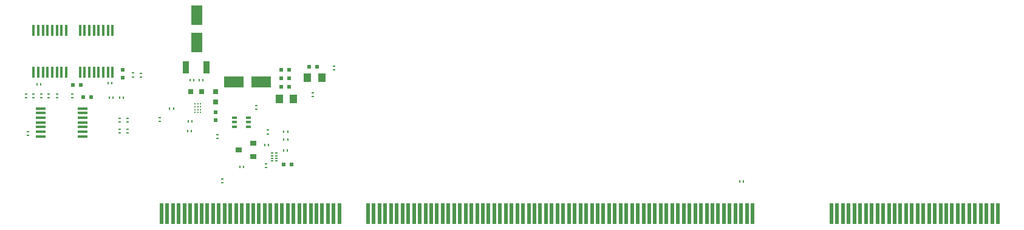
<source format=gbr>
G04 #@! TF.GenerationSoftware,KiCad,Pcbnew,(5.1.5)-3*
G04 #@! TF.CreationDate,2022-01-27T06:12:11+01:00*
G04 #@! TF.ProjectId,Riser Tioga Pass 1OU 1xPCIe x16,52697365-7220-4546-996f-676120506173,rev?*
G04 #@! TF.SameCoordinates,PX40f1fa0PY623a7c0*
G04 #@! TF.FileFunction,Paste,Top*
G04 #@! TF.FilePolarity,Positive*
%FSLAX46Y46*%
G04 Gerber Fmt 4.6, Leading zero omitted, Abs format (unit mm)*
G04 Created by KiCad (PCBNEW (5.1.5)-3) date 2022-01-27 06:12:11*
%MOMM*%
%LPD*%
G04 APERTURE LIST*
%ADD10R,0.430000X0.280000*%
%ADD11R,0.600000X0.500000*%
%ADD12R,0.500000X0.600000*%
%ADD13R,0.650000X0.400000*%
%ADD14R,0.900000X0.800000*%
%ADD15R,0.550000X3.000000*%
%ADD16R,1.600000X2.800000*%
%ADD17R,2.800000X1.600000*%
%ADD18R,1.000000X1.250000*%
%ADD19R,0.800000X0.750000*%
%ADD20R,0.750000X0.800000*%
%ADD21R,0.900000X1.700000*%
%ADD22C,0.225000*%
%ADD23R,1.450000X0.450000*%
%ADD24R,0.450000X1.500000*%
%ADD25R,0.400000X0.200000*%
%ADD26R,0.280000X0.430000*%
G04 APERTURE END LIST*
D10*
X-4150000Y-13335000D03*
X-4150000Y-12815000D03*
X-3075000Y-11290000D03*
X-3075000Y-11810000D03*
D11*
X18750000Y-17700000D03*
X19850000Y-17700000D03*
X22300000Y-4050000D03*
X23400000Y-4050000D03*
X19450000Y-6900000D03*
X18350000Y-6900000D03*
X19450000Y-5700000D03*
X18350000Y-5700000D03*
D12*
X9250000Y-10400000D03*
X9250000Y-11500000D03*
D11*
X18350000Y-4500000D03*
X19450000Y-4500000D03*
X-9550000Y-6600000D03*
X-10650000Y-6600000D03*
D12*
X-3700000Y-5600000D03*
X-3700000Y-4500000D03*
D13*
X11875000Y-12450000D03*
X11875000Y-11150000D03*
X13775000Y-11800000D03*
X11875000Y-11800000D03*
X13775000Y-11150000D03*
X13775000Y-12450000D03*
D14*
X12500000Y-15650000D03*
X14500000Y-14700000D03*
X14500000Y-16600000D03*
D15*
X1695000Y-24580000D03*
X2495000Y-24580000D03*
X3295000Y-24580000D03*
X4095000Y-24580000D03*
X4895000Y-24580000D03*
X5695000Y-24580000D03*
X6495000Y-24580000D03*
X7295000Y-24580000D03*
X8095000Y-24580000D03*
X8895000Y-24580000D03*
X9695000Y-24580000D03*
X10495000Y-24580000D03*
X11295000Y-24580000D03*
X12095000Y-24580000D03*
X12895000Y-24580000D03*
X13695000Y-24580000D03*
X14495000Y-24580000D03*
X15295000Y-24580000D03*
X16095000Y-24580000D03*
X16895000Y-24580000D03*
X17695000Y-24580000D03*
X18495000Y-24580000D03*
X19295000Y-24580000D03*
X20095000Y-24580000D03*
X20895000Y-24580000D03*
X21695000Y-24580000D03*
X22495000Y-24580000D03*
X23295000Y-24580000D03*
X24095000Y-24580000D03*
X24895000Y-24580000D03*
X25695000Y-24580000D03*
X26495000Y-24580000D03*
X30495000Y-24580000D03*
X31295000Y-24580000D03*
X32095000Y-24580000D03*
X32895000Y-24580000D03*
X33695000Y-24580000D03*
X34495000Y-24580000D03*
X35295000Y-24580000D03*
X36095000Y-24580000D03*
X36895000Y-24580000D03*
X37695000Y-24580000D03*
X38495000Y-24580000D03*
X39295000Y-24580000D03*
X40095000Y-24580000D03*
X40895000Y-24580000D03*
X41695000Y-24580000D03*
X42495000Y-24580000D03*
X43295000Y-24580000D03*
X44095000Y-24580000D03*
X44895000Y-24580000D03*
X45695000Y-24580000D03*
X46495000Y-24580000D03*
X47295000Y-24580000D03*
X48095000Y-24580000D03*
X48895000Y-24580000D03*
X49695000Y-24580000D03*
X50495000Y-24580000D03*
X51295000Y-24580000D03*
X52095000Y-24580000D03*
X52895000Y-24580000D03*
X53695000Y-24580000D03*
X54495000Y-24580000D03*
X55295000Y-24580000D03*
X56095000Y-24580000D03*
X56895000Y-24580000D03*
X57695000Y-24580000D03*
X58495000Y-24580000D03*
X59295000Y-24580000D03*
X60095000Y-24580000D03*
X60895000Y-24580000D03*
X61695000Y-24580000D03*
X62495000Y-24580000D03*
X63295000Y-24580000D03*
X64095000Y-24580000D03*
X64895000Y-24580000D03*
X65695000Y-24580000D03*
X66495000Y-24580000D03*
X67295000Y-24580000D03*
X68095000Y-24580000D03*
X68895000Y-24580000D03*
X69695000Y-24580000D03*
X70495000Y-24580000D03*
X71295000Y-24580000D03*
X72095000Y-24580000D03*
X72895000Y-24580000D03*
X73695000Y-24580000D03*
X74495000Y-24580000D03*
X75295000Y-24580000D03*
X76095000Y-24580000D03*
X76895000Y-24580000D03*
X77695000Y-24580000D03*
X78495000Y-24580000D03*
X79295000Y-24580000D03*
X80095000Y-24580000D03*
X80895000Y-24580000D03*
X81695000Y-24580000D03*
X82495000Y-24580000D03*
X83295000Y-24580000D03*
X84095000Y-24580000D03*
X117495000Y-24580000D03*
X118295000Y-24580000D03*
X97495000Y-24580000D03*
X95095000Y-24580000D03*
X96695000Y-24580000D03*
X95895000Y-24580000D03*
X111095000Y-24580000D03*
X112695000Y-24580000D03*
X111895000Y-24580000D03*
X113495000Y-24580000D03*
X114295000Y-24580000D03*
X116695000Y-24580000D03*
X115895000Y-24580000D03*
X115095000Y-24580000D03*
X100695000Y-24580000D03*
X99095000Y-24580000D03*
X99895000Y-24580000D03*
X98295000Y-24580000D03*
X101495000Y-24580000D03*
X103895000Y-24580000D03*
X102295000Y-24580000D03*
X103095000Y-24580000D03*
X108695000Y-24580000D03*
X107895000Y-24580000D03*
X110295000Y-24580000D03*
X109495000Y-24580000D03*
X106295000Y-24580000D03*
X104695000Y-24580000D03*
X107095000Y-24580000D03*
X105495000Y-24580000D03*
D11*
X-8075000Y-8300000D03*
X-9175000Y-8300000D03*
D16*
X6600000Y-675000D03*
X6600000Y3125000D03*
D17*
X11800000Y-6175000D03*
X15600000Y-6175000D03*
D18*
X22050000Y-5625000D03*
X24050000Y-5625000D03*
X20100000Y-8600000D03*
X18100000Y-8600000D03*
D19*
X5800000Y-7500000D03*
X7300000Y-7500000D03*
D20*
X9250000Y-7500000D03*
X9250000Y-9000000D03*
D21*
X5100000Y-4150000D03*
X8000000Y-4150000D03*
D22*
X7150000Y-10450000D03*
X7150000Y-10050000D03*
X7150000Y-9650000D03*
X7150000Y-9250000D03*
X6750000Y-10450000D03*
X6750000Y-10050000D03*
X6750000Y-9650000D03*
X6750000Y-9250000D03*
X6350000Y-10450000D03*
X6350000Y-10050000D03*
X6350000Y-9650000D03*
X6350000Y-9250000D03*
D23*
X-15175000Y-9875000D03*
X-15175000Y-10525000D03*
X-15175000Y-11175000D03*
X-15175000Y-11825000D03*
X-15175000Y-12475000D03*
X-15175000Y-13125000D03*
X-15175000Y-13775000D03*
X-9275000Y-13775000D03*
X-9275000Y-13125000D03*
X-9275000Y-12475000D03*
X-9275000Y-11825000D03*
X-9275000Y-11175000D03*
X-9275000Y-10525000D03*
X-9275000Y-9875000D03*
D24*
X-5125000Y-4850000D03*
X-5775000Y-4850000D03*
X-6425000Y-4850000D03*
X-7075000Y-4850000D03*
X-7725000Y-4850000D03*
X-8375000Y-4850000D03*
X-9025000Y-4850000D03*
X-9675000Y-4850000D03*
X-9675000Y1050000D03*
X-9025000Y1050000D03*
X-8375000Y1050000D03*
X-7725000Y1050000D03*
X-7075000Y1050000D03*
X-6425000Y1050000D03*
X-5775000Y1050000D03*
X-5125000Y1050000D03*
X-11575000Y1050000D03*
X-12225000Y1050000D03*
X-12875000Y1050000D03*
X-13525000Y1050000D03*
X-14175000Y1050000D03*
X-14825000Y1050000D03*
X-15475000Y1050000D03*
X-16125000Y1050000D03*
X-16125000Y-4850000D03*
X-15475000Y-4850000D03*
X-14825000Y-4850000D03*
X-14175000Y-4850000D03*
X-13525000Y-4850000D03*
X-12875000Y-4850000D03*
X-12225000Y-4850000D03*
X-11575000Y-4850000D03*
D25*
X17675000Y-17175000D03*
X17675000Y-16825000D03*
X17675000Y-16475000D03*
X17675000Y-16125000D03*
X17125000Y-16125000D03*
X17125000Y-16475000D03*
X17125000Y-16825000D03*
X17125000Y-17175000D03*
D26*
X-15635000Y-6550000D03*
X-15115000Y-6550000D03*
X82810000Y-20050000D03*
X82290000Y-20050000D03*
D10*
X10175000Y-19740000D03*
X10175000Y-20260000D03*
D26*
X19210000Y-15750000D03*
X18690000Y-15750000D03*
D10*
X14925000Y-9515000D03*
X14925000Y-10035000D03*
D26*
X16090000Y-14975000D03*
X16610000Y-14975000D03*
X13160000Y-18050000D03*
X12640000Y-18050000D03*
D10*
X16275000Y-17615000D03*
X16275000Y-18135000D03*
X-16925000Y-13645000D03*
X-16925000Y-13125000D03*
X25750000Y-3990000D03*
X25750000Y-4510000D03*
X-10725000Y-8410000D03*
X-10725000Y-7890000D03*
X1475000Y-11190000D03*
X1475000Y-11710000D03*
X16525000Y-12915000D03*
X16525000Y-13435000D03*
D26*
X18765000Y-14200000D03*
X19285000Y-14200000D03*
X19285000Y-13100000D03*
X18765000Y-13100000D03*
D10*
X9525000Y-14035000D03*
X9525000Y-13515000D03*
D26*
X6185000Y-5925000D03*
X5665000Y-5925000D03*
D10*
X22775000Y-7690000D03*
X22775000Y-8210000D03*
D26*
X7435000Y-5925000D03*
X6915000Y-5925000D03*
D10*
X-2250000Y-4955000D03*
X-2250000Y-5475000D03*
X-3075000Y-13335000D03*
X-3075000Y-12815000D03*
X-14000000Y-8410000D03*
X-14000000Y-7890000D03*
X-15075000Y-8410000D03*
X-15075000Y-7890000D03*
X-4150000Y-11290000D03*
X-4150000Y-11810000D03*
D26*
X-4160000Y-8400000D03*
X-3640000Y-8400000D03*
X-5040000Y-8400000D03*
X-5560000Y-8400000D03*
D10*
X-17200000Y-8410000D03*
X-17200000Y-7890000D03*
X-16150000Y-8410000D03*
X-16150000Y-7890000D03*
D26*
X5960000Y-11675000D03*
X5440000Y-11675000D03*
X5365000Y-13075000D03*
X5885000Y-13075000D03*
X3360000Y-9875000D03*
X2840000Y-9875000D03*
X-5760000Y-6325000D03*
X-5240000Y-6325000D03*
D10*
X-1175000Y-4965000D03*
X-1175000Y-5485000D03*
X-12875000Y-7890000D03*
X-12875000Y-8410000D03*
M02*

</source>
